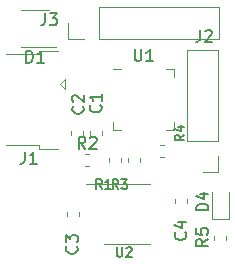
<source format=gbr>
G04 #@! TF.GenerationSoftware,KiCad,Pcbnew,(5.1.5)-2*
G04 #@! TF.CreationDate,2020-10-22T14:23:29-05:00*
G04 #@! TF.ProjectId,usbSerial,75736253-6572-4696-916c-2e6b69636164,rev?*
G04 #@! TF.SameCoordinates,Original*
G04 #@! TF.FileFunction,Legend,Top*
G04 #@! TF.FilePolarity,Positive*
%FSLAX46Y46*%
G04 Gerber Fmt 4.6, Leading zero omitted, Abs format (unit mm)*
G04 Created by KiCad (PCBNEW (5.1.5)-2) date 2020-10-22 14:23:29*
%MOMM*%
%LPD*%
G04 APERTURE LIST*
%ADD10C,0.120000*%
%ADD11C,0.150000*%
G04 APERTURE END LIST*
D10*
X60190000Y-73637221D02*
X60190000Y-73962779D01*
X61210000Y-73637221D02*
X61210000Y-73962779D01*
X56990000Y-71337221D02*
X56990000Y-71662779D01*
X58010000Y-71337221D02*
X58010000Y-71662779D01*
X59610000Y-71337221D02*
X59610000Y-71662779D01*
X58590000Y-71337221D02*
X58590000Y-71662779D01*
X57610000Y-78237221D02*
X57610000Y-78562779D01*
X56590000Y-78237221D02*
X56590000Y-78562779D01*
X65790000Y-77137221D02*
X65790000Y-77462779D01*
X66810000Y-77137221D02*
X66810000Y-77462779D01*
X68865000Y-76500000D02*
X68865000Y-78785000D01*
X68865000Y-78785000D02*
X70335000Y-78785000D01*
X70335000Y-78785000D02*
X70335000Y-76500000D01*
X69430000Y-64530000D02*
X66770000Y-64530000D01*
X69430000Y-72210000D02*
X69430000Y-64530000D01*
X66770000Y-72210000D02*
X66770000Y-64530000D01*
X69430000Y-72210000D02*
X66770000Y-72210000D01*
X69430000Y-73480000D02*
X69430000Y-74810000D01*
X69430000Y-74810000D02*
X68100000Y-74810000D01*
X69510000Y-63530000D02*
X69510000Y-60870000D01*
X59290000Y-63530000D02*
X69510000Y-63530000D01*
X59290000Y-60870000D02*
X69510000Y-60870000D01*
X59290000Y-63530000D02*
X59290000Y-60870000D01*
X58020000Y-63530000D02*
X56690000Y-63530000D01*
X56690000Y-63530000D02*
X56690000Y-62200000D01*
X58512779Y-74310000D02*
X58187221Y-74310000D01*
X58512779Y-73290000D02*
X58187221Y-73290000D01*
X62810000Y-73637221D02*
X62810000Y-73962779D01*
X61790000Y-73637221D02*
X61790000Y-73962779D01*
X64862779Y-72540000D02*
X64537221Y-72540000D01*
X64862779Y-73560000D02*
X64537221Y-73560000D01*
X70110000Y-80237221D02*
X70110000Y-80562779D01*
X69090000Y-80237221D02*
X69090000Y-80562779D01*
X64985000Y-66090000D02*
X65710000Y-66090000D01*
X65710000Y-66090000D02*
X65710000Y-66815000D01*
X61215000Y-71310000D02*
X60490000Y-71310000D01*
X60490000Y-71310000D02*
X60490000Y-70585000D01*
X64985000Y-71310000D02*
X65710000Y-71310000D01*
X65710000Y-71310000D02*
X65710000Y-70585000D01*
X61215000Y-66090000D02*
X60490000Y-66090000D01*
X58250000Y-75840000D02*
X63650000Y-75840000D01*
X59750000Y-80960000D02*
X63650000Y-80960000D01*
X55100000Y-61150000D02*
X52700000Y-61150000D01*
X52700000Y-64250000D02*
X55650000Y-64250000D01*
X54285000Y-64555000D02*
X55835000Y-64555000D01*
X54285000Y-64555000D02*
X54285000Y-64855000D01*
X51485000Y-64855000D02*
X54285000Y-64855000D01*
X54285000Y-72855000D02*
X55835000Y-72855000D01*
X54285000Y-72555000D02*
X54285000Y-72855000D01*
X51485000Y-72555000D02*
X54285000Y-72555000D01*
X56485000Y-67785000D02*
X56035000Y-67385000D01*
X56485000Y-66985000D02*
X56485000Y-67785000D01*
X56035000Y-67385000D02*
X56485000Y-66985000D01*
D11*
X59566666Y-76261904D02*
X59300000Y-75880952D01*
X59109523Y-76261904D02*
X59109523Y-75461904D01*
X59414285Y-75461904D01*
X59490476Y-75500000D01*
X59528571Y-75538095D01*
X59566666Y-75614285D01*
X59566666Y-75728571D01*
X59528571Y-75804761D01*
X59490476Y-75842857D01*
X59414285Y-75880952D01*
X59109523Y-75880952D01*
X60328571Y-76261904D02*
X59871428Y-76261904D01*
X60100000Y-76261904D02*
X60100000Y-75461904D01*
X60023809Y-75576190D01*
X59947619Y-75652380D01*
X59871428Y-75690476D01*
X57957142Y-69266666D02*
X58004761Y-69314285D01*
X58052380Y-69457142D01*
X58052380Y-69552380D01*
X58004761Y-69695238D01*
X57909523Y-69790476D01*
X57814285Y-69838095D01*
X57623809Y-69885714D01*
X57480952Y-69885714D01*
X57290476Y-69838095D01*
X57195238Y-69790476D01*
X57100000Y-69695238D01*
X57052380Y-69552380D01*
X57052380Y-69457142D01*
X57100000Y-69314285D01*
X57147619Y-69266666D01*
X57147619Y-68885714D02*
X57100000Y-68838095D01*
X57052380Y-68742857D01*
X57052380Y-68504761D01*
X57100000Y-68409523D01*
X57147619Y-68361904D01*
X57242857Y-68314285D01*
X57338095Y-68314285D01*
X57480952Y-68361904D01*
X58052380Y-68933333D01*
X58052380Y-68314285D01*
X59457142Y-69166666D02*
X59504761Y-69214285D01*
X59552380Y-69357142D01*
X59552380Y-69452380D01*
X59504761Y-69595238D01*
X59409523Y-69690476D01*
X59314285Y-69738095D01*
X59123809Y-69785714D01*
X58980952Y-69785714D01*
X58790476Y-69738095D01*
X58695238Y-69690476D01*
X58600000Y-69595238D01*
X58552380Y-69452380D01*
X58552380Y-69357142D01*
X58600000Y-69214285D01*
X58647619Y-69166666D01*
X59552380Y-68214285D02*
X59552380Y-68785714D01*
X59552380Y-68500000D02*
X58552380Y-68500000D01*
X58695238Y-68595238D01*
X58790476Y-68690476D01*
X58838095Y-68785714D01*
X57432142Y-81116666D02*
X57479761Y-81164285D01*
X57527380Y-81307142D01*
X57527380Y-81402380D01*
X57479761Y-81545238D01*
X57384523Y-81640476D01*
X57289285Y-81688095D01*
X57098809Y-81735714D01*
X56955952Y-81735714D01*
X56765476Y-81688095D01*
X56670238Y-81640476D01*
X56575000Y-81545238D01*
X56527380Y-81402380D01*
X56527380Y-81307142D01*
X56575000Y-81164285D01*
X56622619Y-81116666D01*
X56527380Y-80783333D02*
X56527380Y-80164285D01*
X56908333Y-80497619D01*
X56908333Y-80354761D01*
X56955952Y-80259523D01*
X57003571Y-80211904D01*
X57098809Y-80164285D01*
X57336904Y-80164285D01*
X57432142Y-80211904D01*
X57479761Y-80259523D01*
X57527380Y-80354761D01*
X57527380Y-80640476D01*
X57479761Y-80735714D01*
X57432142Y-80783333D01*
X66632142Y-79941666D02*
X66679761Y-79989285D01*
X66727380Y-80132142D01*
X66727380Y-80227380D01*
X66679761Y-80370238D01*
X66584523Y-80465476D01*
X66489285Y-80513095D01*
X66298809Y-80560714D01*
X66155952Y-80560714D01*
X65965476Y-80513095D01*
X65870238Y-80465476D01*
X65775000Y-80370238D01*
X65727380Y-80227380D01*
X65727380Y-80132142D01*
X65775000Y-79989285D01*
X65822619Y-79941666D01*
X66060714Y-79084523D02*
X66727380Y-79084523D01*
X65679761Y-79322619D02*
X66394047Y-79560714D01*
X66394047Y-78941666D01*
X68577380Y-78088095D02*
X67577380Y-78088095D01*
X67577380Y-77850000D01*
X67625000Y-77707142D01*
X67720238Y-77611904D01*
X67815476Y-77564285D01*
X68005952Y-77516666D01*
X68148809Y-77516666D01*
X68339285Y-77564285D01*
X68434523Y-77611904D01*
X68529761Y-77707142D01*
X68577380Y-77850000D01*
X68577380Y-78088095D01*
X67910714Y-76659523D02*
X68577380Y-76659523D01*
X67529761Y-76897619D02*
X68244047Y-77135714D01*
X68244047Y-76516666D01*
X67891666Y-62817380D02*
X67891666Y-63531666D01*
X67844047Y-63674523D01*
X67748809Y-63769761D01*
X67605952Y-63817380D01*
X67510714Y-63817380D01*
X68320238Y-62912619D02*
X68367857Y-62865000D01*
X68463095Y-62817380D01*
X68701190Y-62817380D01*
X68796428Y-62865000D01*
X68844047Y-62912619D01*
X68891666Y-63007857D01*
X68891666Y-63103095D01*
X68844047Y-63245952D01*
X68272619Y-63817380D01*
X68891666Y-63817380D01*
X54761666Y-61402380D02*
X54761666Y-62116666D01*
X54714047Y-62259523D01*
X54618809Y-62354761D01*
X54475952Y-62402380D01*
X54380714Y-62402380D01*
X55142619Y-61402380D02*
X55761666Y-61402380D01*
X55428333Y-61783333D01*
X55571190Y-61783333D01*
X55666428Y-61830952D01*
X55714047Y-61878571D01*
X55761666Y-61973809D01*
X55761666Y-62211904D01*
X55714047Y-62307142D01*
X55666428Y-62354761D01*
X55571190Y-62402380D01*
X55285476Y-62402380D01*
X55190238Y-62354761D01*
X55142619Y-62307142D01*
X58183333Y-72852380D02*
X57850000Y-72376190D01*
X57611904Y-72852380D02*
X57611904Y-71852380D01*
X57992857Y-71852380D01*
X58088095Y-71900000D01*
X58135714Y-71947619D01*
X58183333Y-72042857D01*
X58183333Y-72185714D01*
X58135714Y-72280952D01*
X58088095Y-72328571D01*
X57992857Y-72376190D01*
X57611904Y-72376190D01*
X58564285Y-71947619D02*
X58611904Y-71900000D01*
X58707142Y-71852380D01*
X58945238Y-71852380D01*
X59040476Y-71900000D01*
X59088095Y-71947619D01*
X59135714Y-72042857D01*
X59135714Y-72138095D01*
X59088095Y-72280952D01*
X58516666Y-72852380D01*
X59135714Y-72852380D01*
X60966666Y-76261904D02*
X60700000Y-75880952D01*
X60509523Y-76261904D02*
X60509523Y-75461904D01*
X60814285Y-75461904D01*
X60890476Y-75500000D01*
X60928571Y-75538095D01*
X60966666Y-75614285D01*
X60966666Y-75728571D01*
X60928571Y-75804761D01*
X60890476Y-75842857D01*
X60814285Y-75880952D01*
X60509523Y-75880952D01*
X61233333Y-75461904D02*
X61728571Y-75461904D01*
X61461904Y-75766666D01*
X61576190Y-75766666D01*
X61652380Y-75804761D01*
X61690476Y-75842857D01*
X61728571Y-75919047D01*
X61728571Y-76109523D01*
X61690476Y-76185714D01*
X61652380Y-76223809D01*
X61576190Y-76261904D01*
X61347619Y-76261904D01*
X61271428Y-76223809D01*
X61233333Y-76185714D01*
X66561904Y-71683333D02*
X66180952Y-71950000D01*
X66561904Y-72140476D02*
X65761904Y-72140476D01*
X65761904Y-71835714D01*
X65800000Y-71759523D01*
X65838095Y-71721428D01*
X65914285Y-71683333D01*
X66028571Y-71683333D01*
X66104761Y-71721428D01*
X66142857Y-71759523D01*
X66180952Y-71835714D01*
X66180952Y-72140476D01*
X66028571Y-70997619D02*
X66561904Y-70997619D01*
X65723809Y-71188095D02*
X66295238Y-71378571D01*
X66295238Y-70883333D01*
X68552380Y-80516666D02*
X68076190Y-80850000D01*
X68552380Y-81088095D02*
X67552380Y-81088095D01*
X67552380Y-80707142D01*
X67600000Y-80611904D01*
X67647619Y-80564285D01*
X67742857Y-80516666D01*
X67885714Y-80516666D01*
X67980952Y-80564285D01*
X68028571Y-80611904D01*
X68076190Y-80707142D01*
X68076190Y-81088095D01*
X67552380Y-79611904D02*
X67552380Y-80088095D01*
X68028571Y-80135714D01*
X67980952Y-80088095D01*
X67933333Y-79992857D01*
X67933333Y-79754761D01*
X67980952Y-79659523D01*
X68028571Y-79611904D01*
X68123809Y-79564285D01*
X68361904Y-79564285D01*
X68457142Y-79611904D01*
X68504761Y-79659523D01*
X68552380Y-79754761D01*
X68552380Y-79992857D01*
X68504761Y-80088095D01*
X68457142Y-80135714D01*
X62338095Y-64427380D02*
X62338095Y-65236904D01*
X62385714Y-65332142D01*
X62433333Y-65379761D01*
X62528571Y-65427380D01*
X62719047Y-65427380D01*
X62814285Y-65379761D01*
X62861904Y-65332142D01*
X62909523Y-65236904D01*
X62909523Y-64427380D01*
X63909523Y-65427380D02*
X63338095Y-65427380D01*
X63623809Y-65427380D02*
X63623809Y-64427380D01*
X63528571Y-64570238D01*
X63433333Y-64665476D01*
X63338095Y-64713095D01*
X60840476Y-81211904D02*
X60840476Y-81859523D01*
X60878571Y-81935714D01*
X60916666Y-81973809D01*
X60992857Y-82011904D01*
X61145238Y-82011904D01*
X61221428Y-81973809D01*
X61259523Y-81935714D01*
X61297619Y-81859523D01*
X61297619Y-81211904D01*
X61640476Y-81288095D02*
X61678571Y-81250000D01*
X61754761Y-81211904D01*
X61945238Y-81211904D01*
X62021428Y-81250000D01*
X62059523Y-81288095D01*
X62097619Y-81364285D01*
X62097619Y-81440476D01*
X62059523Y-81554761D01*
X61602380Y-82011904D01*
X62097619Y-82011904D01*
X53161904Y-65577380D02*
X53161904Y-64577380D01*
X53400000Y-64577380D01*
X53542857Y-64625000D01*
X53638095Y-64720238D01*
X53685714Y-64815476D01*
X53733333Y-65005952D01*
X53733333Y-65148809D01*
X53685714Y-65339285D01*
X53638095Y-65434523D01*
X53542857Y-65529761D01*
X53400000Y-65577380D01*
X53161904Y-65577380D01*
X54685714Y-65577380D02*
X54114285Y-65577380D01*
X54400000Y-65577380D02*
X54400000Y-64577380D01*
X54304761Y-64720238D01*
X54209523Y-64815476D01*
X54114285Y-64863095D01*
X53041666Y-73127380D02*
X53041666Y-73841666D01*
X52994047Y-73984523D01*
X52898809Y-74079761D01*
X52755952Y-74127380D01*
X52660714Y-74127380D01*
X54041666Y-74127380D02*
X53470238Y-74127380D01*
X53755952Y-74127380D02*
X53755952Y-73127380D01*
X53660714Y-73270238D01*
X53565476Y-73365476D01*
X53470238Y-73413095D01*
M02*

</source>
